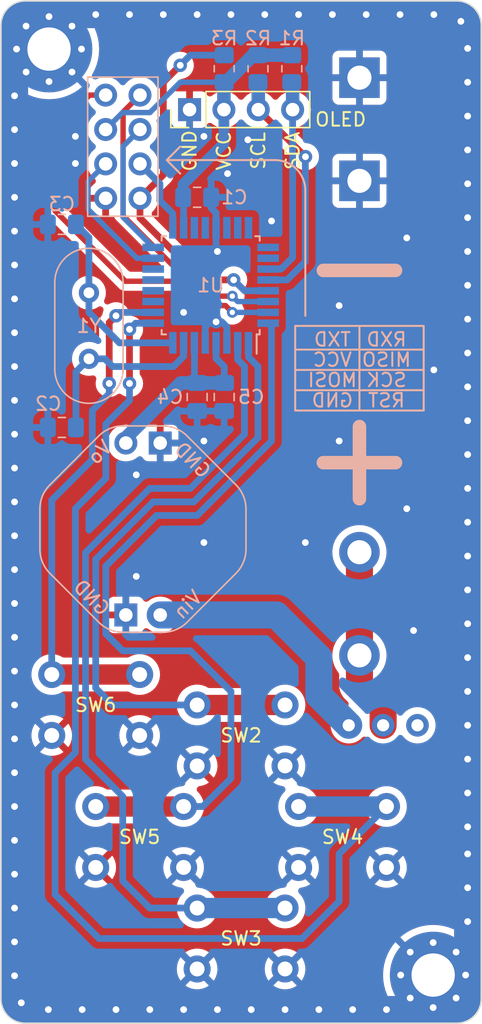
<source format=kicad_pcb>
(kicad_pcb (version 20211014) (generator pcbnew)
  (layers (0 "F.Cu" signal) (31 "B.Cu" signal) (34 "B.Paste" user) (35 "F.Paste" user) (36 "B.SilkS" user "B.Silkscreen") (37 "F.SilkS" user "F.Silkscreen") (38 "B.Mask" user) (39 "F.Mask" user) (44 "Edge.Cuts" user))
  (net 0 "")
  (net 1 "VCC")
  (net 2 "SDA")
  (net 3 "SCL")
  (net 4 "Net-(SW2-Pad1)")
  (net 5 "Net-(SW3-Pad1)")
  (net 6 "Net-(SW4-Pad1)")
  (net 7 "GND")
  (net 8 "Net-(C2-Pad2)")
  (net 9 "Net-(C3-Pad2)")
  (net 10 "VDD")
  (net 19 "RESET")
  (net 20 "Net-(SW5-Pad1)")
  (net 21 "Net-(SW6-Pad1)")
  (net 22 "MOSI")
  (net 23 "MISO")
  (net 24 "SCK")
  (net 28 "RXD")
  (net 29 "TXD")
  (net 30 "Net-(SW1-Pad1)")
  (footprint "Button_Switch_THT:SW_PUSH_6mm_H9.5mm" (layer "F.Cu") (at 153.75 124.75)
    (fp_text reference "SW6" (at 3.25 2.25) (layer "F.SilkS"))
    (fp_text value "SW_select")
    (pad "1" thru_hole circle (at 0 0 90) (size 2 2) (drill 1.1) (layers *.Cu *.Mask) (net 21 "Net-(SW6-Pad1)"))
    (pad "1" thru_hole circle (at 6.5 0 90) (size 2 2) (drill 1.1) (layers *.Cu *.Mask) (net 21 "Net-(SW6-Pad1)"))
    (pad "2" thru_hole circle (at 0 4.5 90) (size 2 2) (drill 1.1) (layers *.Cu *.Mask) (net 7 "GND"))
    (pad "2" thru_hole circle (at 6.5 4.5 90) (size 2 2) (drill 1.1) (layers *.Cu *.Mask) (net 7 "GND"))
  )
  (footprint "Button_Switch_THT:SW_PUSH_6mm_H9.5mm" (layer "F.Cu") (at 164.5 142)
    (fp_text reference "SW3" (at 3.25 2.25) (layer "F.SilkS"))
    (fp_text value "SW_down")
    (pad "1" thru_hole circle (at 0 0 90) (size 2 2) (drill 1.1) (layers *.Cu *.Mask) (net 5 "Net-(SW3-Pad1)"))
    (pad "1" thru_hole circle (at 6.5 0 90) (size 2 2) (drill 1.1) (layers *.Cu *.Mask) (net 5 "Net-(SW3-Pad1)"))
    (pad "2" thru_hole circle (at 6.5 4.5 90) (size 2 2) (drill 1.1) (layers *.Cu *.Mask) (net 7 "GND"))
    (pad "2" thru_hole circle (at 0 4.5 90) (size 2 2) (drill 1.1) (layers *.Cu *.Mask) (net 7 "GND"))
  )
  (footprint "MountingHole:MountingHole_3.2mm_M3_Pad_Via" (layer "F.Cu") (at 181.95 146.95)
    (fp_text reference "H2" hide)
    (fp_text value "M3" hide)
    (pad "1" thru_hole circle locked (at 1.697056 1.697056) (size 0.8 0.8) (drill 0.5) (layers *.Cu *.Mask) (net 7 "GND"))
    (pad "1" thru_hole circle locked (at 2.4 0) (size 0.8 0.8) (drill 0.5) (layers *.Cu *.Mask) (net 7 "GND"))
    (pad "1" thru_hole circle locked (at -1.697056 1.697056) (size 0.8 0.8) (drill 0.5) (layers *.Cu *.Mask) (net 7 "GND"))
    (pad "1" thru_hole circle locked (at 0 -2.4) (size 0.8 0.8) (drill 0.5) (layers *.Cu *.Mask) (net 7 "GND"))
    (pad "1" thru_hole circle locked (at 0 0) (size 6.4 6.4) (drill 3.2) (layers *.Cu *.Mask) (net 7 "GND"))
    (pad "1" thru_hole circle locked (at 1.697056 -1.697056) (size 0.8 0.8) (drill 0.5) (layers *.Cu *.Mask) (net 7 "GND"))
    (pad "1" thru_hole circle locked (at 0 2.4) (size 0.8 0.8) (drill 0.5) (layers *.Cu *.Mask) (net 7 "GND"))
    (pad "1" thru_hole circle locked (at -1.697056 -1.697056) (size 0.8 0.8) (drill 0.5) (layers *.Cu *.Mask) (net 7 "GND"))
    (pad "1" thru_hole circle locked (at -2.4 0) (size 0.8 0.8) (drill 0.5) (layers *.Cu *.Mask) (net 7 "GND"))
  )
  (footprint "MountingHole:MountingHole_3.2mm_M3_Pad_Via" (layer "F.Cu") (at 153.55 78.55)
    (fp_text reference "H1" hide)
    (fp_text value "M3" hide)
    (pad "1" thru_hole circle locked (at 2.4 0) (size 0.8 0.8) (drill 0.5) (layers *.Cu *.Mask) (net 7 "GND"))
    (pad "1" thru_hole circle locked (at 0 2.4) (size 0.8 0.8) (drill 0.5) (layers *.Cu *.Mask) (net 7 "GND"))
    (pad "1" thru_hole circle locked (at -1.697056 1.697056) (size 0.8 0.8) (drill 0.5) (layers *.Cu *.Mask) (net 7 "GND"))
    (pad "1" thru_hole circle locked (at 1.697056 -1.697056) (size 0.8 0.8) (drill 0.5) (layers *.Cu *.Mask) (net 7 "GND"))
    (pad "1" thru_hole circle locked (at 0 -2.4) (size 0.8 0.8) (drill 0.5) (layers *.Cu *.Mask) (net 7 "GND"))
    (pad "1" thru_hole circle locked (at -1.697056 -1.697056) (size 0.8 0.8) (drill 0.5) (layers *.Cu *.Mask) (net 7 "GND"))
    (pad "1" thru_hole circle locked (at -2.4 0) (size 0.8 0.8) (drill 0.5) (layers *.Cu *.Mask) (net 7 "GND"))
    (pad "1" thru_hole circle locked (at 0 0) (size 6.4 6.4) (drill 3.2) (layers *.Cu *.Mask) (net 7 "GND"))
    (pad "1" thru_hole circle locked (at 1.697056 1.697056) (size 0.8 0.8) (drill 0.5) (layers *.Cu *.Mask) (net 7 "GND"))
  )
  (footprint "GameBox:SS12D10" (layer "F.Cu") (at 178.25 128.5)
    (fp_text reference "SW1" hide)
    (fp_text value "ON/OFF")
    (pad "1" thru_hole circle (at -2.54 0) (size 1.6764 1.6764) (drill 0.9) (layers *.Cu *.Mask) (net 30 "Net-(SW1-Pad1)"))
    (pad "2" thru_hole circle (at 0 0) (size 1.6764 1.6764) (drill 0.9) (layers *.Cu *.Mask) (net 10 "VDD"))
    (pad "3" thru_hole circle (at 2.54 0) (size 1.6764 1.6764) (drill 0.9) (layers *.Cu *.Mask))
  )
  (footprint "Button_Switch_THT:SW_PUSH_6mm_H9.5mm" (layer "F.Cu") (at 172 134.5)
    (fp_text reference "SW4" (at 3.25 2.25) (layer "F.SilkS"))
    (fp_text value "SW_right")
    (pad "1" thru_hole circle (at 6.5 0 90) (size 2 2) (drill 1.1) (layers *.Cu *.Mask) (net 6 "Net-(SW4-Pad1)"))
    (pad "1" thru_hole circle (at 0 0 90) (size 2 2) (drill 1.1) (layers *.Cu *.Mask) (net 6 "Net-(SW4-Pad1)"))
    (pad "2" thru_hole circle (at 0 4.5 90) (size 2 2) (drill 1.1) (layers *.Cu *.Mask) (net 7 "GND"))
    (pad "2" thru_hole circle (at 6.5 4.5 90) (size 2 2) (drill 1.1) (layers *.Cu *.Mask) (net 7 "GND"))
  )
  (footprint "Button_Switch_THT:SW_PUSH_6mm_H9.5mm" (layer "F.Cu") (at 164.5 127)
    (fp_text reference "SW2" (at 3.25 2.25) (layer "F.SilkS"))
    (fp_text value "SW_up")
    (pad "1" thru_hole circle (at 0 0 90) (size 2 2) (drill 1.1) (layers *.Cu *.Mask) (net 4 "Net-(SW2-Pad1)"))
    (pad "1" thru_hole circle (at 6.5 0 90) (size 2 2) (drill 1.1) (layers *.Cu *.Mask) (net 4 "Net-(SW2-Pad1)"))
    (pad "2" thru_hole circle (at 6.5 4.5 90) (size 2 2) (drill 1.1) (layers *.Cu *.Mask) (net 7 "GND"))
    (pad "2" thru_hole circle (at 0 4.5 90) (size 2 2) (drill 1.1) (layers *.Cu *.Mask) (net 7 "GND"))
  )
  (footprint "Button_Switch_THT:SW_PUSH_6mm_H9.5mm" (layer "F.Cu") (at 157 134.5)
    (fp_text reference "SW5" (at 3.25 2.25) (layer "F.SilkS"))
    (fp_text value "SW_left")
    (pad "1" thru_hole circle (at 6.5 0 90) (size 2 2) (drill 1.1) (layers *.Cu *.Mask) (net 20 "Net-(SW5-Pad1)"))
    (pad "1" thru_hole circle (at 0 0 90) (size 2 2) (drill 1.1) (layers *.Cu *.Mask) (net 20 "Net-(SW5-Pad1)"))
    (pad "2" thru_hole circle (at 0 4.5 90) (size 2 2) (drill 1.1) (layers *.Cu *.Mask) (net 7 "GND"))
    (pad "2" thru_hole circle (at 6.5 4.5 90) (size 2 2) (drill 1.1) (layers *.Cu *.Mask) (net 7 "GND"))
  )
  (footprint "GameBox:1.3_inch_OLED_IIC" (layer "F.Cu") (at 167.75 97.75)
    (fp_text reference "J1" hide)
    (fp_text value "OLED" hide)
    (fp_text user "SCL" (at 1.27 -11.684 90 unlocked) (layer "F.SilkS"))
    (fp_text user "VCC" (at -1.27 -11.684 90 unlocked) (layer "F.SilkS"))
    (fp_text user "SDA" (at 3.81 -11.684 90 unlocked) (layer "F.SilkS"))
    (fp_text user "GND" (at -3.81 -11.684 90 unlocked) (layer "F.SilkS"))
    (fp_text user "OLED" (at 7.366 -14 unlocked) (layer "F.SilkS"))
    (fp_line (start -2.6 -16.062) (end 5.08 -16.062) (layer "F.SilkS") (width 0.12))
    (fp_line (start 5.08 -13.402) (end 5.08 -16.062) (layer "F.SilkS") (width 0.12))
    (fp_line (start -2.6 -13.402) (end 5.08 -13.402) (layer "F.SilkS") (width 0.12))
    (fp_line (start -2.6 -13.402) (end -2.6 -16.062) (layer "F.SilkS") (width 0.12))
    (fp_line (start -5.2 -13.402) (end -5.2 -14.732) (layer "F.SilkS") (width 0.12))
    (fp_line (start -3.87 -13.402) (end -5.2 -13.402) (layer "F.SilkS") (width 0.12))
    (pad "1" thru_hole rect (at -3.81 -14.726 90) (size 1.7 1.7) (drill 1) (layers *.Cu *.Mask) (net 7 "GND"))
    (pad "2" thru_hole oval (at -1.27 -14.726 90) (size 1.7 1.7) (drill 1) (layers *.Cu *.Mask) (net 1 "VCC"))
    (pad "3" thru_hole oval (at 1.27 -14.726 90) (size 1.7 1.7) (drill 1) (layers *.Cu *.Mask) (net 3 "SCL"))
    (pad "4" thru_hole oval (at 3.81 -14.726 90) (size 1.7 1.7) (drill 1) (layers *.Cu *.Mask) (net 2 "SDA"))
  )
  (footprint "Capacitor_SMD:C_0805_2012Metric_Pad1.18x1.45mm_HandSolder" (layer "B.Cu") (at 154.5 106.5)
    (fp_text reference "C2" (at -1 -1.75 180) (layer "B.SilkS") (effects (justify mirror)))
    (fp_text value "22pF")
    (fp_line (start -0.261252 0.735) (end 0.261252 0.735) (layer "B.SilkS") (width 0.12))
    (fp_line (start -0.261252 -0.735) (end 0.261252 -0.735) (layer "B.SilkS") (width 0.12))
    (pad "1" smd roundrect locked (at -1.0375 0) (size 1.175 1.45) (layers "B.Cu" "B.Paste" "B.Mask") (roundrect_rratio 0.212766) (net 7 "GND"))
    (pad "2" smd roundrect locked (at 1.0375 0) (size 1.175 1.45) (layers "B.Cu" "B.Paste" "B.Mask") (roundrect_rratio 0.212766) (net 8 "Net-(C2-Pad2)"))
  )
  (footprint "Package_QFP:TQFP-32_7x7mm_P0.8mm" (layer "B.Cu") (at 165.5 96 90)
    (fp_text reference "U1" (at 0 0 180) (layer "B.SilkS") (effects (justify mirror)))
    (fp_text value "ATmega328P-A")
    (fp_line (start -3.625 3.625) (end -3.625 3.4) (layer "B.SilkS") (width 0.15))
    (fp_line (start -3.625 -3.625) (end -3.625 -3.3) (layer "B.SilkS") (width 0.15))
    (fp_line (start 3.625 3.625) (end 3.625 3.3) (layer "B.SilkS") (width 0.15))
    (fp_line (start 3.625 3.625) (end 3.3 3.625) (layer "B.SilkS") (width 0.15))
    (fp_line (start -3.625 3.625) (end -3.3 3.625) (layer "B.SilkS") (width 0.15))
    (fp_line (start 3.625 -3.625) (end 3.625 -3.3) (layer "B.SilkS") (width 0.15))
    (fp_line (start -3.625 -3.625) (end -3.3 -3.625) (layer "B.SilkS") (width 0.15))
    (fp_line (start 3.625 -3.625) (end 3.3 -3.625) (layer "B.SilkS") (width 0.15))
    (fp_line (start -3.625 3.4) (end -5.05 3.4) (layer "B.SilkS") (width 0.15))
    (pad "1" smd rect locked (at -4.25 2.8 90) (size 1.6 0.55) (layers "B.Cu" "B.Paste" "B.Mask") (net 4 "Net-(SW2-Pad1)"))
    (pad "2" smd rect locked (at -4.25 2 90) (size 1.6 0.55) (layers "B.Cu" "B.Paste" "B.Mask") (net 5 "Net-(SW3-Pad1)"))
    (pad "3" smd rect locked (at -4.25 1.2 90) (size 1.6 0.55) (layers "B.Cu" "B.Paste" "B.Mask") (net 7 "GND"))
    (pad "4" smd rect locked (at -4.25 0.4 90) (size 1.6 0.55) (layers "B.Cu" "B.Paste" "B.Mask") (net 1 "VCC"))
    (pad "5" smd rect locked (at -4.25 -0.4 90) (size 1.6 0.55) (layers "B.Cu" "B.Paste" "B.Mask") (net 7 "GND"))
    (pad "6" smd rect locked (at -4.25 -1.2 90) (size 1.6 0.55) (layers "B.Cu" "B.Paste" "B.Mask") (net 1 "VCC"))
    (pad "7" smd rect locked (at -4.25 -2 90) (size 1.6 0.55) (layers "B.Cu" "B.Paste" "B.Mask") (net 8 "Net-(C2-Pad2)"))
    (pad "8" smd rect locked (at -4.25 -2.8 90) (size 1.6 0.55) (layers "B.Cu" "B.Paste" "B.Mask") (net 9 "Net-(C3-Pad2)"))
    (pad "9" smd rect locked (at -2.8 -4.25) (size 1.6 0.55) (layers "B.Cu" "B.Paste" "B.Mask") (net 6 "Net-(SW4-Pad1)"))
    (pad "10" smd rect locked (at -2 -4.25) (size 1.6 0.55) (layers "B.Cu" "B.Paste" "B.Mask") (net 21 "Net-(SW6-Pad1)"))
    (pad "11" smd rect locked (at -1.2 -4.25) (size 1.6 0.55) (layers "B.Cu" "B.Paste" "B.Mask"))
    (pad "12" smd rect locked (at -0.4 -4.25) (size 1.6 0.55) (layers "B.Cu" "B.Paste" "B.Mask"))
    (pad "13" smd rect locked (at 0.4 -4.25) (size 1.6 0.55) (layers "B.Cu" "B.Paste" "B.Mask"))
    (pad "14" smd rect locked (at 1.2 -4.25) (size 1.6 0.55) (layers "B.Cu" "B.Paste" "B.Mask"))
    (pad "15" smd rect locked (at 2 -4.25) (size 1.6 0.55) (layers "B.Cu" "B.Paste" "B.Mask") (net 22 "MOSI"))
    (pad "16" smd rect locked (at 2.8 -4.25) (size 1.6 0.55) (layers "B.Cu" "B.Paste" "B.Mask") (net 23 "MISO"))
    (pad "17" smd rect locked (at 4.25 -2.8 90) (size 1.6 0.55) (layers "B.Cu" "B.Paste" "B.Mask") (net 24 "SCK"))
    (pad "18" smd rect locked (at 4.25 -2 90) (size 1.6 0.55) (layers "B.Cu" "B.Paste" "B.Mask") (net 1 "VCC"))
    (pad "19" smd rect locked (at 4.25 -1.2 90) (size 1.6 0.55) (layers "B.Cu" "B.Paste" "B.Mask"))
    (pad "20" smd rect locked (at 4.25 -0.4 90) (size 1.6 0.55) (layers "B.Cu" "B.Paste" "B.Mask"))
    (pad "21" smd rect locked (at 4.25 0.4 90) (size 1.6 0.55) (layers "B.Cu" "B.Paste" "B.Mask") (net 7 "GND"))
    (pad "22" smd rect locked (at 4.25 1.2 90) (size 1.6 0.55) (layers "B.Cu" "B.Paste" "B.Mask"))
    (pad "23" smd rect locked (at 4.25 2 90) (size 1.6 0.55) (layers "B.Cu" "B.Paste" "B.Mask"))
    (pad "24" smd rect locked (at 4.25 2.8 90) (size 1.6 0.55) (layers "B.Cu" "B.Paste" "B.Mask"))
    (pad "25" smd rect locked (at 2.8 4.25) (size 1.6 0.55) (layers "B.Cu" "B.Paste" "B.Mask"))
    (pad "26" smd rect locked (at 2 4.25) (size 1.6 0.55) (layers "B.Cu" "B.Paste" "B.Mask"))
    (pad "27" smd rect locked (at 1.2 4.25) (size 1.6 0.55) (layers "B.Cu" "B.Paste" "B.Mask") (net 2 "SDA"))
    (pad "28" smd rect locked (at 0.4 4.25) (size 1.6 0.55) (layers "B.Cu" "B.Paste" "B.Mask") (net 3 "SCL"))
    (pad "29" smd rect locked (at -0.4 4.25) (size 1.6 0.55) (layers "B.Cu" "B.Paste" "B.Mask") (net 19 "RESET"))
    (pad "30" smd rect locked (at -1.2 4.25) (size 1.6 0.55) (layers "B.Cu" "B.Paste" "B.Mask") (net 28 "RXD"))
    (pad "31" smd rect locked (at -2 4.25) (size 1.6 0.55) (layers "B.Cu" "B.Paste" "B.Mask") (net 29 "TXD"))
    (pad "32" smd rect locked (at -2.8 4.25) (size 1.6 0.55) (layers "B.Cu" "B.Paste" "B.Mask") (net 20 "Net-(SW5-Pad1)"))
  )
  (footprint "Capacitor_SMD:C_0805_2012Metric_Pad1.18x1.45mm_HandSolder" (layer "B.Cu") (at 164.5 89.5)
    (fp_text reference "C1" (at 2.75 0 180) (layer "B.SilkS") (effects (justify mirror)))
    (fp_text value "100nF")
    (fp_line (start -0.261252 -0.735) (end 0.261252 -0.735) (layer "B.SilkS") (width 0.12))
    (fp_line (start -0.261252 0.735) (end 0.261252 0.735) (layer "B.SilkS") (width 0.12))
    (pad "1" smd roundrect locked (at -1.0375 0) (size 1.175 1.45) (layers "B.Cu" "B.Paste" "B.Mask") (roundrect_rratio 0.212766) (net 1 "VCC"))
    (pad "2" smd roundrect locked (at 1.0375 0) (size 1.175 1.45) (layers "B.Cu" "B.Paste" "B.Mask") (roundrect_rratio 0.212766) (net 7 "GND"))
  )
  (footprint "Connector_PinHeader_2.54mm:PinHeader_2x04_P2.54mm_Vertical" (layer "B.Cu") (at 160.275 84.49 180)
    (fp_text reference "J2" hide)
    (fp_text value "Conn_01x08")
    (fp_line (start 3.87 3.87) (end 3.87 -6.41) (layer "B.SilkS") (width 0.12))
    (fp_line (start -1.33 1.27) (end -1.33 3.87) (layer "B.SilkS") (width 0.12))
    (fp_line (start -1.33 -6.41) (end 3.87 -6.41) (layer "B.SilkS") (width 0.12))
    (fp_line (start 1.27 3.87) (end 3.87 3.87) (layer "B.SilkS") (width 0.12))
    (fp_line (start -1.33 3.87) (end 1.27 3.87) (layer "B.SilkS") (width 0.12))
    (fp_line (start -1.33 1.27) (end -1.33 -6.41) (layer "B.SilkS") (width 0.12))
    (pad "1" thru_hole circle (at 0 2.54 180) (size 1.7 1.7) (drill 1) (layers *.Cu *.Mask) (net 28 "RXD"))
    (pad "2" thru_hole oval (at 2.54 2.54 180) (size 1.7 1.7) (drill 1) (layers *.Cu *.Mask) (net 29 "TXD"))
    (pad "3" thru_hole oval (at 0 0 180) (size 1.7 1.7) (drill 1) (layers *.Cu *.Mask) (net 23 "MISO"))
    (pad "4" thru_hole oval (at 2.54 0 180) (size 1.7 1.7) (drill 1) (layers *.Cu *.Mask) (net 1 "VCC"))
    (pad "5" thru_hole oval (at 0 -2.54 180) (size 1.7 1.7) (drill 1) (layers *.Cu *.Mask) (net 24 "SCK"))
    (pad "6" thru_hole oval (at 2.54 -2.54 180) (size 1.7 1.7) (drill 1) (layers *.Cu *.Mask) (net 22 "MOSI"))
    (pad "7" thru_hole oval (at 0 -5.08 180) (size 1.7 1.7) (drill 1) (layers *.Cu *.Mask) (net 19 "RESET"))
    (pad "8" thru_hole oval (at 2.54 -5.08 180) (size 1.7 1.7) (drill 1) (layers *.Cu *.Mask) (net 7 "GND"))
  )
  (footprint "Crystal:Crystal_HC49-4H_Vertical" (layer "B.Cu") (at 156.5 96.55 -90)
    (fp_text reference "Y1" (at 2.45 0) (layer "B.SilkS") (effects (justify mirror)))
    (fp_text value "16MHz")
    (fp_line (start -0.76 -2.525) (end 5.64 -2.525) (layer "B.SilkS") (width 0.12))
    (fp_line (start -0.76 2.525) (end 5.64 2.525) (layer "B.SilkS") (width 0.12))
    (fp_arc (start -0.76 2.525) (mid -3.285 0) (end -0.76 -2.525) (layer "B.SilkS") (width 0.12))
    (fp_arc (start 5.64 -2.525) (mid 8.165 0) (end 5.64 2.525) (layer "B.SilkS") (width 0.12))
    (pad "1" thru_hole circle locked (at 0 0 270) (size 1.5 1.5) (drill 0.8) (layers *.Cu *.Mask) (net 9 "Net-(C3-Pad2)"))
    (pad "2" thru_hole circle locked (at 4.88 0 270) (size 1.5 1.5) (drill 0.8) (layers *.Cu *.Mask) (net 8 "Net-(C2-Pad2)"))
  )
  (footprint "Capacitor_SMD:C_0805_2012Metric_Pad1.18x1.45mm_HandSolder" (layer "B.Cu") (at 166.5 104.25 -90)
    (fp_text reference "C5" (at 0 -2 180) (layer "B.SilkS") (effects (justify mirror)))
    (fp_text value "100nF")
    (fp_line (start -0.261252 -0.735) (end 0.261252 -0.735) (layer "B.SilkS") (width 0.12))
    (fp_line (start -0.261252 0.735) (end 0.261252 0.735) (layer "B.SilkS") (width 0.12))
    (pad "1" smd roundrect locked (at -1.0375 0 270) (size 1.175 1.45) (layers "B.Cu" "B.Paste" "B.Mask") (roundrect_rratio 0.212766) (net 1 "VCC"))
    (pad "2" smd roundrect locked (at 1.0375 0 270) (size 1.175 1.45) (layers "B.Cu" "B.Paste" "B.Mask") (roundrect_rratio 0.212766) (net 7 "GND"))
  )
  (footprint "Resistor_SMD:R_0805_2012Metric_Pad1.20x1.40mm_HandSolder" (layer "B.Cu") (at 166.5 80 90)
    (fp_text reference "R3" (at 2.25 0 180) (layer "B.SilkS") (effects (justify mirror)))
    (fp_text value "10k")
    (fp_line (start -0.227064 0.735) (end 0.227064 0.735) (layer "B.SilkS") (width 0.12))
    (fp_line (start -0.227064 -0.735) (end 0.227064 -0.735) (layer "B.SilkS") (width 0.12))
    (pad "1" smd roundrect locked (at -1 0 90) (size 1.2 1.4) (layers "B.Cu" "B.Paste" "B.Mask") (roundrect_rratio 0.208333) (net 1 "VCC"))
    (pad "2" smd roundrect locked (at 1 0 90) (size 1.2 1.4) (layers "B.Cu" "B.Paste" "B.Mask") (roundrect_rratio 0.208333) (net 19 "RESET"))
  )
  (footprint "GameBox:BK-82_AAA_battery_holder" (layer "B.Cu") (at 176.5 102)
    (fp_text reference "BT1" hide)
    (fp_text value "AAA" hide)
    (fp_text user "+" (at 0 7.62 180 unlocked) (layer "B.SilkS") (effects (font (size 7 7) (thickness 1)) (justify mirror)))
    (fp_text user "-" (at 0 -7.62 unlocked) (layer "B.SilkS") (effects (font (size 7 7) (thickness 1)) (justify mirror)))
    (pad "1" thru_hole circle (at 0 13.716 180) (size 3 3) (drill 1.78) (layers *.Cu *.Mask) (net 10 "VDD"))
    (pad "1" thru_hole circle (at 0 21.336 180) (size 3 3) (drill 1.78) (layers *.Cu *.Mask) (net 10 "VDD"))
    (pad "2" thru_hole rect (at 0 -13.716 180) (size 2.999999 2.999999) (drill 1.78) (layers *.Cu *.Mask) (net 7 "GND"))
    (pad "2" thru_hole rect (at 0 -21.336 180) (size 2.999999 2.999999) (drill 1.78) (layers *.Cu *.Mask) (net 7 "GND"))
  )
  (footprint "Resistor_SMD:R_0805_2012Metric_Pad1.20x1.40mm_HandSolder" (layer "B.Cu") (at 169 80 -90)
    (fp_text reference "R2" (at -2.25 0) (layer "B.SilkS") (effects (justify mirror)))
    (fp_text value "10k")
    (fp_line (start -0.227064 -0.735) (end 0.227064 -0.735) (layer "B.SilkS") (width 0.12))
    (fp_line (start -0.227064 0.735) (end 0.227064 0.735) (layer "B.SilkS") (width 0.12))
    (pad "1" smd roundrect locked (at -1 0 270) (size 1.2 1.4) (layers "B.Cu" "B.Paste" "B.Mask") (roundrect_rratio 0.208333) (net 1 "VCC"))
    (pad "2" smd roundrect locked (at 1 0 270) (size 1.2 1.4) (layers "B.Cu" "B.Paste" "B.Mask") (roundrect_rratio 0.208333) (net 3 "SCL"))
  )
  (footprint "GameBox:3.3V_boost_regulator" (layer "B.Cu") (at 160.5 114 180)
    (fp_text reference "U2" hide)
    (fp_text value "3.3V_boost_regulator")
    (fp_text user "Vin" (at -3.302 -5.588 45 unlocked) (layer "B.SilkS") (effects (justify mirror)))
    (fp_text user "Vo" (at 3.2004 5.6642 45 unlocked) (layer "B.SilkS") (effects (justify mirror)))
    (fp_text user "GND" (at 3.81 -5.08 315 unlocked) (layer "B.SilkS") (effects (justify mirror)))
    (fp_text user "GND" (at -3.6576 5.08 315 unlocked) (layer "B.SilkS") (effects (justify mirror)))
    (fp_line (start 6.8834 3.261902) (end 3.2766 6.868702) (layer "B.SilkS") (width 0.12))
    (fp_line (start 7.627349 -1.480549) (end 7.627349 1.465851) (layer "B.SilkS") (width 0.12))
    (fp_line (start 3.2766 -6.8834) (end 6.8834 -3.2766) (layer "B.SilkS") (width 0.12))
    (fp_line (start 1.480549 7.612651) (end -1.465851 7.612651) (layer "B.SilkS") (width 0.12))
    (fp_line (start -3.261902 6.868702) (end -6.868702 3.261902) (layer "B.SilkS") (width 0.12))
    (fp_line (start -1.465851 -7.627349) (end 1.480549 -7.627349) (layer "B.SilkS") (width 0.12))
    (fp_line (start -6.868702 -3.2766) (end -3.261902 -6.8834) (layer "B.SilkS") (width 0.12))
    (fp_line (start -7.612651 1.465851) (end -7.612651 -1.480549) (layer "B.SilkS") (width 0.12))
    (fp_arc (start 6.8834 -3.2766) (mid 7.434003 -2.452565) (end 7.627349 -1.480549) (layer "B.SilkS") (width 0.12))
    (fp_arc (start -6.868702 3.261902) (mid -7.419305 2.437867) (end -7.612651 1.465851) (layer "B.SilkS") (width 0.12))
    (fp_arc (start 1.480549 -7.627349) (mid 2.452565 -7.434002) (end 3.2766 -6.8834) (layer "B.SilkS") (width 0.12))
    (fp_arc (start 7.627349 1.465851) (mid 7.434002 2.437867) (end 6.8834 3.261902) (layer "B.SilkS") (width 0.12))
    (fp_arc (start -3.261902 -6.8834) (mid -2.437867 -7.434003) (end -1.465851 -7.627349) (layer "B.SilkS") (width 0.12))
    (fp_arc (start 3.2766 6.868702) (mid 2.452565 7.419305) (end 1.480549 7.612651) (layer "B.SilkS") (width 0.12))
    (fp_arc (start -1.465851 7.612651) (mid -2.437867 7.419304) (end -3.261902 6.868702) (layer "B.SilkS") (width 0.12))
    (fp_arc (start -7.612651 -1.480549) (mid -7.419304 -2.452565) (end -6.868702 -3.2766) (layer "B.SilkS") (width 0.12))
    (pad "1" thru_hole rect (at -1.27 6.35 270) (size 1.7 1.7) (drill 1) (layers *.Cu *.Mask) (net 7 "GND"))
    (pad "1" thru_hole rect (at 1.27 -6.35 90) (size 1.7 1.7) (drill 1) (layers *.Cu *.Mask) (net 7 "GND"))
    (pad "2" thru_hole oval (at -1.27 -6.35 90) (size 1.7 1.7) (drill 1) (layers *.Cu *.Mask) (net 30 "Net-(SW1-Pad1)"))
    (pad "3" thru_hole oval (at 1.27 6.35 270) (size 1.7 1.7) (drill 1) (layers *.Cu *.Mask) (net 1 "VCC"))
  )
  (footprint "Capacitor_SMD:C_0805_2012Metric_Pad1.18x1.45mm_HandSolder" (layer "B.Cu") (at 164.5 104.25 -90)
    (fp_text reference "C4" (at 0 2 180) (layer "B.SilkS") (effects (justify mirror)))
    (fp_text value "10uF")
    (fp_line (start -0.261252 -0.735) (end 0.261252 -0.735) (layer "B.SilkS") (width 0.12))
    (fp_line (start -0.261252 0.735) (end 0.261252 0.735) (layer "B.SilkS") (width 0.12))
    (pad "1" smd roundrect locked (at -1.0375 0 270) (size 1.175 1.45) (layers "B.Cu" "B.Paste" "B.Mask") (roundrect_rratio 0.212766) (net 1 "VCC"))
    (pad "2" smd roundrect locked (at 1.0375 0 270) (size 1.175 1.45) (layers "B.Cu" "B.Paste" "B.Mask") (roundrect_rratio 0.212766) (net 7 "GND"))
  )
  (footprint "Capacitor_SMD:C_0805_2012Metric_Pad1.18x1.45mm_HandSolder" (layer "B.Cu") (at 154.5 91.5)
    (fp_text reference "C3" (at 0 -1.5 180) (layer "B.SilkS") (effects (justify mirror)))
    (fp_text value "22pF")
    (fp_line (start -0.261252 0.735) (end 0.261252 0.735) (layer "B.SilkS") (width 0.12))
    (fp_line (start -0.261252 -0.735) (end 0.261252 -0.735) (layer "B.SilkS") (width 0.12))
    (pad "1" smd roundrect locked (at -1.0375 0) (size 1.175 1.45) (layers "B.Cu" "B.Paste" "B.Mask") (roundrect_rratio 0.212766) (net 7 "GND"))
    (pad "2" smd roundrect locked (at 1.0375 0) (size 1.175 1.45) (layers "B.Cu" "B.Paste" "B.Mask") (roundrect_rratio 0.212766) (net 9 "Net-(C3-Pad2)"))
  )
  (footprint "Resistor_SMD:R_0805_2012Metric_Pad1.20x1.40mm_HandSolder" (layer "B.Cu") (at 171.5 80 -90)
    (fp_text reference "R1" (at -2.25 0) (layer "B.SilkS") (effects (justify mirror)))
    (fp_text value "10k")
    (fp_line (start -0.227064 0.735) (end 0.227064 0.735) (layer "B.SilkS") (width 0.12))
    (fp_line (start -0.227064 -0.735) (end 0.227064 -0.735) (layer "B.SilkS") (width 0.12))
    (pad "1" smd roundrect locked (at -1 0 270) (size 1.2 1.4) (layers "B.Cu" "B.Paste" "B.Mask") (roundrect_rratio 0.208333) (net 1 "VCC"))
    (pad "2" smd roundrect locked (at 1 0 270) (size 1.2 1.4) (layers "B.Cu" "B.Paste" "B.Mask") (roundrect_rratio 0.208333) (net 2 "SDA"))
  )
  (gr_line (start 181.25 99) (end 181.25 100.75) (layer "B.SilkS") (width 0.15))
  (gr_line (start 171.75 103.75) (end 181.25 103.75) (layer "B.SilkS") (width 0.15))
  (gr_line (start 171.75 100.75) (end 171.75 105.25) (layer "B.SilkS") (width 0.15))
  (gr_line (start 171.75 99) (end 181.25 99) (layer "B.SilkS") (width 0.15))
  (gr_line (start 170.25 86.75) (end 162.25 86.75) (layer "B.SilkS") (width 0.15))
  (gr_line (start 171.75 105.25) (end 181.25 105.25) (layer "B.SilkS") (width 0.15))
  (gr_line (start 171.75 100.75) (end 181.25 100.75) (layer "B.SilkS") (width 0.15))
  (gr_line (start 172.5 98.25) (end 172.5 89) (layer "B.SilkS") (width 0.15))
  (gr_line (start 181.25 100.75) (end 181.25 105.25) (layer "B.SilkS") (width 0.15))
  (gr_arc (start 170.25 86.75) (mid 171.84099 87.40901) (end 172.5 89) (layer "B.SilkS") (width 0.15))
  (gr_line (start 176.5 99) (end 176.5 105.25) (layer "B.SilkS") (width 0.15))
  (gr_line (start 162.25 86.75) (end 163.25 85.75) (layer "B.SilkS") (width 0.15))
  (gr_line (start 162.25 86.75) (end 163.25 87.75) (layer "B.SilkS") (width 0.15))
  (gr_line (start 171.75 100.75) (end 171.75 99) (layer "B.SilkS") (width 0.15))
  (gr_line (start 171.75 102.25) (end 181.25 102.25) (layer "B.SilkS") (width 0.15))
  (gr_line (start 185.5 76.8) (end 185.5 148.7) (layer "Edge.Cuts") (width 0.1))
  (gr_arc (start 183.7 75) (mid 184.972792 75.527208) (end 185.5 76.8) (layer "Edge.Cuts") (width 0.1))
  (gr_arc (start 150 76.8) (mid 150.527208 75.527208) (end 151.8 75) (layer "Edge.Cuts") (width 0.1))
  (gr_arc (start 185.5 148.7) (mid 184.972792 149.972792) (end 183.7 150.5) (layer "Edge.Cuts") (width 0.1))
  (gr_arc (start 151.8 150.5) (mid 150.527208 149.972792) (end 150 148.7) (layer "Edge.Cuts") (width 0.1))
  (gr_line (start 151.8 75) (end 183.7 75) (layer "Edge.Cuts") (width 0.1))
  (gr_line (start 150 148.7) (end 150 76.8) (layer "Edge.Cuts") (width 0.1))
  (gr_line (start 183.7 150.5) (end 151.8 150.5) (layer "Edge.Cuts") (width 0.1))
  (gr_text "VCC" (at 174.5 101.5) (layer "B.SilkS") (effects (font (size 1 1)) (justify mirror)))
  (gr_text "GND" (at 174.5 104.5) (layer "B.SilkS") (effects (font (size 1 1)) (justify mirror)))
  (gr_text "RST" (at 178.5 104.5) (layer "B.SilkS") (effects (font (size 1 1)) (justify mirror)))
  (gr_text "RXD" (at 178.5 100) (layer "B.SilkS") (effects (font (size 1 1)) (justify mirror)))
  (gr_text "TXD" (at 174.5 100) (layer "B.SilkS") (effects (font (size 1 1)) (justify mirror)))
  (gr_text "MOSI" (at 174.5 103) (layer "B.SilkS") (effects (font (size 1 1)) (justify mirror)))
  (gr_text "SCK" (at 178.5 103) (layer "B.SilkS") (effects (font (size 1 1)) (justify mirror)))
  (gr_text "MISO" (at 178.5 101.5) (layer "B.SilkS") (effects (font (size 1 1)) (justify mirror)))
  (segment (start 166.48 81.02) (end 166.5 81) (width 1) (layer "B.Cu") (net 1))
  (segment (start 169 79) (end 168.5 79) (width 0.5) (layer "B.Cu") (net 1))
  (segment (start 163.4625 88.5375) (end 166.48 85.52) (width 0.8) (layer "B.Cu") (net 1))
  (segment (start 166.48 85.52) (end 166.48 83.024) (width 0.8) (layer "B.Cu") (net 1))
  (segment (start 166.48 83.024) (end 166.48 81.02) (width 1) (layer "B.Cu") (net 1))
  (segment (start 164.3 100.25) (end 164.3 103.0125) (width 0.5) (layer "B.Cu") (net 1))
  (segment (start 161.009511 83.240489) (end 163.25 81) (width 0.4) (layer "B.Cu") (net 1))
  (segment (start 163.4625 89.5) (end 163.4625 88.5375) (width 0.8) (layer "B.Cu") (net 1))
  (segment (start 166.642824 81) (end 168.642824 79) (width 1) (layer "B.Cu") (net 1))
  (segment (start 163.5 91.75) (end 163.5 89.5375) (width 0.5) (layer "B.Cu") (net 1))
  (segment (start 163.25 81) (end 166.5 81) (width 0.4) (layer "B.Cu") (net 1))
  (segment (start 165.9 101.4) (end 166.5 102) (width 0.5) (layer "B.Cu") (net 1))
  (segment (start 168.642824 79) (end 169 79) (width 1) (layer "B.Cu") (net 1))
  (segment (start 165.9 100.25) (end 165.9 101.4) (width 0.5) (layer "B.Cu") (net 1))
  (segment (start 164.5 103.2125) (end 163.2875 103.2125) (width 1) (layer "B.Cu") (net 1))
  (segment (start 166.5 81) (end 166.642824 81) (width 1) (layer "B.Cu") (net 1))
  (segment (start 164.5 103.2125) (end 166.5 103.2125) (width 1) (layer "B.Cu") (net 1))
  (segment (start 166.5 102) (end 166.5 103.2125) (width 0.5) (layer "B.Cu") (net 1))
  (segment (start 164.3 103.0125) (end 164.5 103.2125) (width 0.5) (layer "B.Cu") (net 1))
  (segment (start 163.2875 103.2125) (end 159.23 107.27) (width 1) (layer "B.Cu") (net 1))
  (segment (start 158.984511 83.240489) (end 161.009511 83.240489) (width 0.4) (layer "B.Cu") (net 1))
  (segment (start 159.23 107.27) (end 159.23 107.65) (width 1) (layer "B.Cu") (net 1))
  (segment (start 171.5 79) (end 169 79) (width 1) (layer "B.Cu") (net 1))
  (segment (start 157.735 84.49) (end 158.984511 83.240489) (width 0.4) (layer "B.Cu") (net 1))
  (segment (start 168.5 79) (end 166.5 81) (width 0.5) (layer "B.Cu") (net 1))
  (segment (start 170.7 94.8) (end 169.75 94.8) (width 0.5) (layer "B.Cu") (net 2))
  (segment (start 171.56 93.94) (end 170.7 94.8) (width 0.5) (layer "B.Cu") (net 2))
  (segment (start 171.56 83.024) (end 171.56 81.06) (width 1) (layer "B.Cu") (net 2))
  (segment (start 171.56 81.06) (end 171.5 81) (width 1) (layer "B.Cu") (net 2))
  (segment (start 171.56 83.024) (end 171.56 93.94) (width 0.5) (layer "B.Cu") (net 2))
  (segment (start 172.5095 86.5) (end 172.496 86.5) (width 0.5) (layer "F.Cu") (net 3))
  (segment (start 172.496 86.5) (end 169.02 83.024) (width 0.5) (layer "F.Cu") (net 3))
  (via (at 172.5095 86.5) (size 1) (drill 0.5) (layers "F.Cu" "B.Cu") (net 3))
  (segment (start 169.02 81.02) (end 169 81) (width 1) (layer "B.Cu") (net 3))
  (segment (start 172.5 86.5095) (end 172.5095 86.5) (width 0.5) (layer "B.Cu") (net 3))
  (segment (start 169.75 95.6) (end 171.15 95.6) (width 0.5) (layer "B.Cu") (net 3))
  (segment (start 171.15 95.6) (end 172 94.75) (width 0.5) (layer "B.Cu") (net 3))
  (segment (start 172.5 94.25) (end 172.5 94) (width 0.5) (layer "B.Cu") (net 3))
  (segment (start 172 94.75) (end 172.5 94.25) (width 0.5) (layer "B.Cu") (net 3))
  (segment (start 169.02 83.024) (end 169.02 82.98) (width 0.8) (layer "B.Cu") (net 3))
  (segment (start 169.02 83.024) (end 169.02 81.02) (width 1) (layer "B.Cu") (net 3))
  (segment (start 172.5 94) (end 172.5 86.5095) (width 0.5) (layer "B.Cu") (net 3))
  (segment (start 164.5 127) (end 171 127) (width 1.5) (layer "F.Cu") (net 4))
  (segment (start 164.5 127) (end 158.25 127) (width 0.5) (layer "B.Cu") (net 4))
  (segment (start 168.3 101.3) (end 168.3 100.25) (width 0.5) (layer "B.Cu") (net 4))
  (segment (start 158.25 127) (end 157 125.75) (width 0.5) (layer "B.Cu") (net 4))
  (segment (start 164.25 112) (end 169 107.25) (width 0.5) (layer "B.Cu") (net 4))
  (segment (start 169 102) (end 168.3 101.3) (width 0.5) (layer "B.Cu") (net 4))
  (segment (start 169 107.25) (end 169 102) (width 0.5) (layer "B.Cu") (net 4))
  (segment (start 157 116.25) (end 161.25 112) (width 0.5) (layer "B.Cu") (net 4))
  (segment (start 161.25 112) (end 164.25 112) (width 0.5) (layer "B.Cu") (net 4))
  (segment (start 157 125.75) (end 157 116.25) (width 0.5) (layer "B.Cu") (net 4))
  (segment (start 167.5 101.48927) (end 167.5 100.25) (width 0.5) (layer "B.Cu") (net 5))
  (segment (start 168 107) (end 168 101.98927) (width 0.5) (layer "B.Cu") (net 5))
  (segment (start 159 140) (end 159 133.75) (width 0.5) (layer "B.Cu") (net 5))
  (segment (start 156.25 131) (end 156.25 115.75) (width 0.5) (layer "B.Cu") (net 5))
  (segment (start 164.5 142) (end 161 142) (width 0.5) (layer "B.Cu") (net 5))
  (segment (start 164.5 142) (end 171 142) (width 1.5) (layer "B.Cu") (net 5))
  (segment (start 159 133.75) (end 156.25 131) (width 0.5) (layer "B.Cu") (net 5))
  (segment (start 156.25 115.75) (end 161 111) (width 0.5) (layer "B.Cu") (net 5))
  (segment (start 161 142) (end 159 140) (width 0.5) (layer "B.Cu") (net 5))
  (segment (start 161 111) (end 164 111) (width 0.5) (layer "B.Cu") (net 5))
  (segment (start 164 111) (end 168 107) (width 0.5) (layer "B.Cu") (net 5))
  (segment (start 168 101.98927) (end 167.5 101.48927) (width 0.5) (layer "B.Cu") (net 5))
  (segment (start 159.5 99.25) (end 159.5 103.25) (width 0.5) (layer "F.Cu") (net 6))
  (via (at 159.5 99.25) (size 1) (drill 0.5) (layers "F.Cu" "B.Cu") (net 6))
  (via (at 159.5 103.25) (size 1) (drill 0.5) (layers "F.Cu" "B.Cu") (net 6))
  (segment (start 159.95 98.8) (end 159.5 99.25) (width 0.5) (layer "B.Cu") (net 6))
  (segment (start 159.5 104.5) (end 159.5 103.25) (width 0.5) (layer "B.Cu") (net 6))
  (segment (start 157.75 106.25) (end 159.5 104.5) (width 0.5) (layer "B.Cu") (net 6))
  (segment (start 157.25 144.25) (end 154 141) (width 0.5) (layer "B.Cu") (net 6))
  (segment (start 154 132) (end 155.5 130.5) (width 0.5) (layer "B.Cu") (net 6))
  (segment (start 155.5 130.5) (end 155.5 112.5) (width 0.5) (layer "B.Cu") (net 6))
  (segment (start 155.5 112.5) (end 157.75 110.25) (width 0.5) (layer "B.Cu") (net 6))
  (segment (start 175 141.5) (end 172.25 144.25) (width 0.5) (layer "B.Cu") (net 6))
  (segment (start 178.5 134.5) (end 175 138) (width 0.5) (layer "B.Cu") (net 6))
  (segment (start 157.75 110.25) (end 157.75 106.25) (width 0.5) (layer "B.Cu") (net 6))
  (segment (start 154 141) (end 154 132) (width 0.5) (layer "B.Cu") (net 6))
  (segment (start 161.25 98.8) (end 159.95 98.8) (width 0.5) (layer "B.Cu") (net 6))
  (segment (start 172.25 144.25) (end 157.25 144.25) (width 0.5) (layer "B.Cu") (net 6))
  (segment (start 172 134.5) (end 178.5 134.5) (width 1.5) (layer "B.Cu") (net 6))
  (segment (start 175 138) (end 175 141.5) (width 0.5) (layer "B.Cu") (net 6))
  (via (at 151 134.5) (size 1) (drill 0.5) (layers "F.Cu" "B.Cu") (net 7))
  (via (at 151 84.5) (size 1) (drill 0.5) (layers "F.Cu" "B.Cu") (net 7))
  (via (at 156 149.5) (size 1) (drill 0.5) (layers "F.Cu" "B.Cu") (net 7))
  (via (at 184.5 140.5) (size 1) (drill 0.5) (layers "F.Cu" "B.Cu") (net 7))
  (via (at 155.5 85) (size 1) (drill 0.5) (layers "F.Cu" "B.Cu") (net 7))
  (via (at 158.5 149.5) (size 1) (drill 0.5) (layers "F.Cu" "B.Cu") (net 7))
  (via (at 151 129.5) (size 1) (drill 0.5) (layers "F.Cu" "B.Cu") (net 7))
  (via (at 151 124.5) (size 1) (drill 0.5) (layers "F.Cu" "B.Cu") (net 7))
  (via (at 151 87) (size 1) (drill 0.5) (layers "F.Cu" "B.Cu") (net 7))
  (via (at 184.5 96) (size 1) (drill 0.5) (layers "F.Cu" "B.Cu") (net 7))
  (via (at 151 89.5) (size 1) (drill 0.5) (layers "F.Cu" "B.Cu") (net 7))
  (via (at 184.5 143) (size 1) (drill 0.5) (layers "F.Cu" "B.Cu") (net 7))
  (via (at 179.5 76) (size 1) (drill 0.5) (layers "F.Cu" "B.Cu") (net 7))
  (via (at 184.5 128.5) (size 1) (drill 0.5) (layers "F.Cu" "B.Cu") (net 7))
  (via (at 151 82) (size 1) (drill 0.5) (layers "F.Cu" "B.Cu") (net 7))
  (via (at 151 147) (size 1) (drill 0.5) (layers "F.Cu" "B.Cu") (net 7))
  (via (at 184.5 81) (size 1) (drill 0.5) (layers "F.Cu" "B.Cu") (net 7))
  (via (at 184.5 98.5) (size 1) (drill 0.5) (layers "F.Cu" "B.Cu") (net 7))
  (via (at 151 139.5) (size 1) (drill 0.5) (layers "F.Cu" "B.Cu") (net 7))
  (via (at 182 102.25) (size 1) (drill 0.5) (layers "F.Cu" "B.Cu") (net 7))
  (via (at 180 112.5) (size 1) (drill 0.5) (layers "F.Cu" "B.Cu") (net 7))
  (via (at 184.5 103.5) (size 1) (drill 0.5) (layers "F.Cu" "B.Cu") (net 7))
  (via (at 180.5 121.5) (size 1) (drill 0.5) (layers "F.Cu" "B.Cu") (net 7))
  (via (at 151 104.5) (size 1) (drill 0.5) (layers "F.Cu" "B.Cu") (net 7))
  (via (at 184.5 88.5) (size 1) (drill 0.5) (layers "F.Cu" "B.Cu") (net 7))
  (via (at 160 117.5) (size 1) (drill 0.5) (layers "F.Cu" "B.Cu") (net 7))
  (via (at 184.5 111) (size 1) (drill 0.5) (layers "F.Cu" "B.Cu") (net 7))
  (via (at 166.75 87.75) (size 1) (drill 0.5) (layers "F.Cu" "B.Cu") (net 7))
  (via (at 151 122) (size 1) (drill 0.5) (layers "F.Cu" "B.Cu") (net 7))
  (via (at 151 109.5) (size 1) (drill 0.5) (layers "F.Cu" "B.Cu") (net 7))
  (via (at 176 149.5) (size 1) (drill 0.5) (layers "F.Cu" "B.Cu") (net 7))
  (via (at 184.5 93.5) (size 1) (drill 0.5) (layers "F.Cu" "B.Cu") (net 7))
  (via (at 184.5 131) (size 1) (drill 0.5) (layers "F.Cu" "B.Cu") (net 7))
  (via (at 178.5 149.5) (size 1) (drill 0.5) (layers "F.Cu" "B.Cu") (net 7))
  (via (at 184.5 123.5) (size 1) (drill 0.5) (layers "F.Cu" "B.Cu") (net 7))
  (via (at 161 149.5) (size 1) (drill 0.5) (layers "F.Cu" "B.Cu") (net 7))
  (via (at 184.5 101) (size 1) (drill 0.5) (layers "F.Cu" "B.Cu") (net 7))
  (via (at 165 85) (size 1) (drill 0.5) (layers "F.Cu" "B.Cu") (net 7))
  (via (at 177 76) (size 1) (drill 0.5) (layers "F.Cu" "B.Cu") (net 7))
  (via (at 151 137) (size 1) (drill 0.5) (layers "F.Cu" "B.Cu") (net 7))
  (via (at 151 99.5) (size 1) (drill 0.5) (layers "F.Cu" "B.Cu") (net 7))
  (via (at 184.5 108.5) (size 1) (drill 0.5) (layers "F.Cu" "B.Cu") (net 7))
  (via (at 166 149.5) (size 1) (drill 0.5) (layers "F.Cu" "B.Cu") (net 7))
  (via (at 184.5 91) (size 1) (drill 0.5) (layers "F.Cu" "B.Cu") (net 7))
  (via (at 168.25 85.25) (size 1) (drill 0.5) (layers "F.Cu" "B.Cu") (net 7))
  (via (at 174.5 76) (size 1) (drill 0.5) (layers "F.Cu" "B.Cu") (net 7))
  (via (at 151 119.5) (size 1) (drill 0.5) (layers "F.Cu" "B.Cu") (net 7))
  (via (at 151 127) (size 1) (drill 0.5) (layers "F.Cu" "B.Cu") (net 7))
  (via (at 184.5 118.5) (size 1) (drill 0.5) (layers "F.Cu" "B.Cu") (net 7))
  (via (at 165.9 98.7) (size 1) (drill 0.5) (layers "F.Cu" "B.Cu") (net 7))
  (via (at 162 76) (size 1) (drill 0.5) (layers "F.Cu" "B.Cu") (net 7))
  (via (at 151 117) (size 1) (drill 0.5) (layers "F.Cu" "B.Cu") (net 7))
  (via (at 184 76.5) (size 1) (drill 0.5) (layers "F.Cu" "B.Cu") (net 7))
  (via (at 151.5 149) (size 1) (drill 0.5) (layers "F.Cu" "B.Cu") (net 7))
  (via (at 184.5 138) (size 1) (drill 0.5) (layers "F.Cu" "B.Cu") (net 7))
  (via (at 165 107.5) (size 1) (drill 0.5) (layers "F.Cu" "B.Cu") (net 7))
  (via (at 175 97.5) (size 1) (drill 0.5) (layers "F.Cu" "B.Cu") (net 7))
  (via (at 184.5 86) (size 1) (drill 0.5) (layers "F.Cu" "B.Cu") (net 7))
  (via (at 151 112) (size 1) (drill 0.5) (layers "F.Cu" "B.Cu") (net 7))
  (via (at 166 93.5) (size 1) (drill 0.5) (layers "F.Cu" "B.Cu") (net 7))
  (via (at 160 110) (size 1) (drill 0.5) (layers "F.Cu" "B.Cu") (net 7))
  (via (at 184.5 78.5) (size 1) (drill 0.5) (layers "F.Cu" "B.Cu") (net 7))
  (via (at 171 149.5) (size 1) (drill 0.5) (layers "F.Cu" "B.Cu") (net 7))
  (via (at 151 94.5) (size 1) (drill 0.5) (layers "F.Cu" "B.Cu") (net 7))
  (via (at 167 76) (size 1) (drill 0.5) (layers "F.Cu" "B.Cu") (net 7))
  (via (at 151 102) (size 1) (drill 0.5) (layers "F.Cu" "B.Cu") (net 7))
  (via (at 168.5 149.5) (size 1) (drill 0.5) (layers "F.Cu" "B.Cu") (net 7))
  (via (at 175 107.5) (size 1) (drill 0.5) (layers "F.Cu" "B.Cu") (net 7))
  (via (at 184.5 83.5) (size 1) (drill 0.5) (layers "F.Cu" "B.Cu") (net 7))
  (via (at 172.5 115) (size 1) (drill 0.5) (layers "F.Cu" "B.Cu") (net 7))
  (via (at 151 114.5) (size 1) (drill 0.5) (layers "F.Cu" "B.Cu") (net 7))
  (via (at 170 91.25) (size 1) (drill 0.5) (layers "F.Cu" "B.Cu") (net 7))
  (via (at 182 76) (size 1) (drill 0.5) (layers "F.Cu" "B.Cu") (net 7))
  (via (at 172 76) (size 1) (drill 0.5) (layers "F.Cu" "B.Cu") (net 7))
  (via (at 184.5 126) (size 1) (drill 0.5) (layers "F.Cu" "B.Cu") (net 7))
  (via (at 151 92) (size 1) (drill 0.5) (layers "F.Cu" "B.Cu") (net 7))
  (via (at 184.5 136) (size 1) (drill 0.5) (layers "F.Cu" "B.Cu") (net 7))
  (via (at 163.5 98) (size 1) (drill 0.5) (layers "F.Cu" "B.Cu") (net 7))
  (via (at 184.5 113.5) (size 1) (drill 0.5) (layers "F.Cu" "B.Cu") (net 7))
  (via (at 155.5 87) (size 1) (drill 0.5) (layers "F.Cu" "B.Cu") (net 7))
  (via (at 164.5 76) (size 1) (drill 0.5) (layers "F.Cu" "B.Cu") (net 7))
  (via (at 159.5 76) (size 1) (drill 0.5) (layers "F.Cu" "B.Cu") (net 7))
  (via (at 151 142) (size 1) (drill 0.5) (layers "F.Cu" "B.Cu") (net 7))
  (via (at 184.5 106) (size 1) (drill 0.5) (layers "F.Cu" "B.Cu") (net 7))
  (via (at 151 144.5) (size 1) (drill 0.5) (layers "F.Cu" "B.Cu") (net 7))
  (via (at 151 107) (size 1) (drill 0.5) (layers "F.Cu" "B.Cu") (net 7))
  (via (at 169.5 76) (size 1) (drill 0.5) (layers "F.Cu" "B.Cu") (net 7))
  (via (at 157 76) (size 1) (drill 0.5) (layers "F.Cu" "B.Cu") (net 7))
  (via (at 153.5 149.5) (size 1) (drill 0.5) (layers "F.Cu" "B.Cu") (net 7))
  (via (at 184.5 121) (size 1) (drill 0.5) (layers "F.Cu" "B.Cu") (net 7))
  (via (at 184.5 116) (size 1) (drill 0.5) (layers "F.Cu" "B.Cu") (net 7))
  (via (at 184.5 133.5) (size 1) (drill 0.5) (layers "F.Cu" "B.Cu") (net 7))
  (via (at 151 132) (size 1) (drill 0.5) (layers "F.Cu" "B.Cu") (net 7))
  (via (at 163.5 149.5) (size 1) (drill 0.5) (layers "F.Cu" "B.Cu") (net 7))
  (via (at 180 92.5) (size 1) (drill 0.5) (layers "F.Cu" "B.Cu") (net 7))
  (via (at 151 97) (size 1) (drill 0.5) (layers "F.Cu" "B.Cu") (net 7))
  (via (at 173.5 149.5) (size 1) (drill 0.5) (layers "F.Cu" "B.Cu") (net 7))
  (via (at 165 115) (size 1) (drill 0.5) (layers "F.Cu" "B.Cu") (net 7))
  (segment (start 165.9 98.7) (end 165.475978 98.7) (width 0.5) (layer "B.Cu") (net 7))
  (segment (start 165.9 90.65) (end 165.9 91.75) (width 0.5) (layer "B.Cu") (net 7))
  (segment (start 166.7 100.25) (end 166.7 99.075978) (width 0.5) (layer "B.Cu") (net 7))
  (segment (start 165.9 93.4) (end 166 93.5) (width 0.5) (layer "B.Cu") (net 7))
  (segment (start 165.1 99.075978) (end 165.1 100.25) (width 0.5) (layer "B.Cu") (net 7))
  (segment (start 166.324022 98.7) (end 165.9 98.7) (width 0.5) (layer "B.Cu") (net 7))
  (segment (start 166.7 99.075978) (end 166.324022 98.7) (width 0.5) (layer "B.Cu") (net 7))
  (segment (start 165.5375 90.2875) (end 165.9 90.65) (width 0.5) (layer "B.Cu") (net 7))
  (segment (start 165.9 91.75) (end 165.9 93.4) (width 0.5) (layer "B.Cu") (net 7))
  (segment (start 165.475978 98.7) (end 165.1 99.075978) (width 0.5) (layer "B.Cu") (net 7))
  (segment (start 165.5375 89.5) (end 165.5375 90.2875) (width 0.5) (layer "B.Cu") (net 7))
  (segment (start 156.5 101.43) (end 155.5375 102.3925) (width 0.5) (layer "B.Cu") (net 8))
  (segment (start 155.5375 102.3925) (end 155.5375 106.5) (width 0.5) (layer "B.Cu") (net 8))
  (segment (start 163.5 100.25) (end 163.5 101.25) (width 0.5) (layer "B.Cu") (net 8))
  (segment (start 163.5 101.25) (end 162.75 102) (width 0.5) (layer "B.Cu") (net 8))
  (segment (start 162.75 102) (end 158.25 102) (width 0.5) (layer "B.Cu") (net 8))
  (segment (start 158.25 102) (end 157.68 101.43) (width 0.5) (layer "B.Cu") (net 8))
  (segment (start 157.68 101.43) (end 156.5 101.43) (width 0.5) (layer "B.Cu") (net 8))
  (segment (start 156.5 98) (end 156.5 96.55) (width 0.5) (layer "B.Cu") (net 9))
  (segment (start 162.7 100.25) (end 158.75 100.25) (width 0.5) (layer "B.Cu") (net 9))
  (segment (start 156.5 96.55) (end 156.5 92.4625) (width 0.5) (layer "B.Cu") (net 9))
  (segment (start 158.75 100.25) (end 156.5 98) (width 0.5) (layer "B.Cu") (net 9))
  (segment (start 156.5 92.4625) (end 155.5375 91.5) (width 0.5) (layer "B.Cu") (net 9))
  (segment (start 176.5 115.716) (end 176.5 123.336) (width 2) (layer "F.Cu") (net 10))
  (segment (start 176.5 123.336) (end 176.5 125.5) (width 2) (layer "F.Cu") (net 10))
  (segment (start 176.5 125.5) (end 178.25 127.25) (width 2) (layer "F.Cu") (net 10))
  (segment (start 178.25 127.25) (end 178.25 128.5) (width 2) (layer "F.Cu") (net 10))
  (segment (start 164.85 95.6) (end 160.275 91.025) (width 0.5) (layer "F.Cu") (net 19))
  (segment (start 167.2 95.6) (end 164.85 95.6) (width 0.5) (layer "F.Cu") (net 19))
  (segment (start 162 87.845) (end 162 81) (width 0.5) (layer "F.Cu") (net 19))
  (segment (start 162 81) (end 163.25 79.75) (width 0.5) (layer "F.Cu") (net 19))
  (segment (start 160.275 91.025) (end 160.275 89.57) (width 0.5) (layer "F.Cu") (net 19))
  (segment (start 160.275 89.57) (end 162 87.845) (width 0.5) (layer "F.Cu") (net 19))
  (via (at 167.2 95.6) (size 1) (drill 0.5) (layers "F.Cu" "B.Cu") (net 19))
  (via (at 163.25 79.75) (size 1) (drill 0.5) (layers "F.Cu" "B.Cu") (net 19))
  (segment (start 163.25 79.75) (end 164 79) (width 0.5) (layer "B.Cu") (net 19))
  (segment (start 164 79) (end 166.5 79) (width 0.5) (layer "B.Cu") (net 19))
  (segment (start 167.2 95.6) (end 168 96.4) (width 0.5) (layer "B.Cu") (net 19))
  (segment (start 168 96.4) (end 169.75 96.4) (width 0.5) (layer "B.Cu") (net 19))
  (segment (start 163.5 134.5) (end 157 134.5) (width 1.5) (layer "F.Cu") (net 20))
  (segment (start 161.5 113) (end 164.5 113) (width 0.5) (layer "B.Cu") (net 20))
  (segment (start 170 107.5) (end 170 99.05) (width 0.5) (layer "B.Cu") (net 20))
  (segment (start 164.914213 134.5) (end 167 132.414213) (width 0.5) (layer "B.Cu") (net 20))
  (segment (start 170 99.05) (end 169.75 98.8) (width 0.5) (layer "B.Cu") (net 20))
  (segment (start 167 132.414213) (end 167 126) (width 0.5) (layer "B.Cu") (net 20))
  (segment (start 159 123) (end 157.75 121.75) (width 0.5) (layer "B.Cu") (net 20))
  (segment (start 164.5 113) (end 170 107.5) (width 0.5) (layer "B.Cu") (net 20))
  (segment (start 157.75 116.75) (end 161.5 113) (width 0.5) (layer "B.Cu") (net 20))
  (segment (start 164 123) (end 159 123) (width 0.5) (layer "B.Cu") (net 20))
  (segment (start 167 126) (end 164 123) (width 0.5) (layer "B.Cu") (net 20))
  (segment (start 157.75 121.75) (end 157.75 116.75) (width 0.5) (layer "B.Cu") (net 20))
  (segment (start 163.5 134.5) (end 164.914213 134.5) (width 0.5) (layer "B.Cu") (net 20))
  (segment (start 158 98.75) (end 158 103.25) (width 0.5) (layer "F.Cu") (net 21))
  (segment (start 160.25 124.75) (end 153.75 124.75) (width 1.5) (layer "F.Cu") (net 21))
  (segment (start 158.5 98.25) (end 158 98.75) (width 0.5) (layer "F.Cu") (net 21))
  (via (at 158.5 98.25) (size 1) (drill 0.5) (layers "F.Cu" "B.Cu") (net 21))
  (via (at 158 103.25) (size 1) (drill 0.5) (layers "F.Cu" "B.Cu") (net 21))
  (segment (start 158.75 98) (end 158.5 98.25) (width 0.5) (layer "B.Cu") (net 21))
  (segment (start 161.25 98) (end 158.75 98) (width 0.5) (layer "B.Cu") (net 21))
  (segment (start 156.75 108.875) (end 156.75 105.25) (width 0.5) (layer "B.Cu") (net 21))
  (segment (start 153.75 111.875) (end 156.75 108.875) (width 0.5) (layer "B.Cu") (net 21))
  (segment (start 156.75 105.25) (end 158 104) (width 0.5) (layer "B.Cu") (net 21))
  (segment (start 158 104) (end 158 103.25) (width 0.5) (layer "B.Cu") (net 21))
  (segment (start 153.75 124.75) (end 153.75 111.875) (width 0.5) (layer "B.Cu") (net 21))
  (segment (start 156.435489 90.385489) (end 156.435489 88.329511) (width 0.4) (layer "B.Cu") (net 22))
  (segment (start 161.25 94) (end 160.05 94) (width 0.4) (layer "B.Cu") (net 22))
  (segment (start 156.435489 88.329511) (end 157.735 87.03) (width 0.4) (layer "B.Cu") (net 22))
  (segment (start 160.05 94) (end 156.435489 90.385489) (width 0.4) (layer "B.Cu") (net 22))
  (segment (start 161.25 93.2) (end 159.025489 90.975489) (width 0.4) (layer "B.Cu") (net 23))
  (segment (start 159.025489 85.739511) (end 160.275 84.49) (width 0.4) (layer "B.Cu") (net 23))
  (segment (start 159.025489 90.975489) (end 159.025489 85.739511) (width 0.4) (layer "B.Cu") (net 23))
  (segment (start 162.7 90.7) (end 161.75 89.75) (width 0.5) (layer "B.Cu") (net 24))
  (segment (start 161.75 88.505) (end 160.275 87.03) (width 0.5) (layer "B.Cu") (net 24))
  (segment (start 161.75 89.75) (end 161.75 88.505) (width 0.5) (layer "B.Cu") (net 24))
  (segment (start 162.7 91.75) (end 162.7 90.7) (width 0.5) (layer "B.Cu") (net 24))
  (segment (start 159.025489 90.859769) (end 159.025489 83.199511) (width 0.4) (layer "F.Cu") (net 28))
  (segment (start 167.1 96.8) (end 164.96572 96.8) (width 0.4) (layer "F.Cu") (net 28))
  (segment (start 159.025489 83.199511) (end 160.275 81.95) (width 0.4) (layer "F.Cu") (net 28))
  (segment (start 164.96572 96.8) (end 159.025489 90.859769) (width 0.4) (layer "F.Cu") (net 28))
  (via (at 167.1 96.8) (size 0.8) (drill 0.4) (layers "F.Cu" "B.Cu") (net 28))
  (segment (start 169.75 97.2) (end 167.5 97.2) (width 0.4) (layer "B.Cu") (net 28))
  (segment (start 167.5 97.2) (end 167.1 96.8) (width 0.4) (layer "B.Cu") (net 28))
  (segment (start 162.85 95.7) (end 159.2 95.7) (width 0.4) (layer "F.Cu") (net 29))
  (segment (start 164.65 97.5) (end 162.85 95.7) (width 0.4) (layer "F.Cu") (net 29))
  (segment (start 166.6 97.5) (end 164.65 97.5) (width 0.4) (layer "F.Cu") (net 29))
  (segment (start 167.1 98) (end 166.6 97.5) (width 0.4) (layer "F.Cu") (net 29))
  (segment (start 154 84.5) (end 156.55 81.95) (width 0.4) (layer "F.Cu") (net 29))
  (segment (start 156.55 81.95) (end 157.735 81.95) (width 0.4) (layer "F.Cu") (net 29))
  (segment (start 159.2 95.7) (end 154 90.5) (width 0.4) (layer "F.Cu") (net 29))
  (segment (start 154 90.5) (end 154 84.5) (width 0.4) (layer "F.Cu") (net 29))
  (via (at 167.1 98) (size 0.8) (drill 0.4) (layers "F.Cu" "B.Cu") (net 29))
  (segment (start 169.75 98) (end 167.1 98) (width 0.4) (layer "B.Cu") (net 29))
  (segment (start 173.5 123.5) (end 170.35 120.35) (width 2) (layer "B.Cu") (net 30))
  (segment (start 170.35 120.35) (end 161.77 120.35) (width 2) (layer "B.Cu") (net 30))
  (segment (start 175.71 128.5) (end 173.5 126.29) (width 2) (layer "B.Cu") (net 30))
  (segment (start 173.5 126.29) (end 173.5 123.5) (width 2) (layer "B.Cu") (net 30))
  (zone (net 7) (net_name "GND") (layers F&B.Cu) (priority 1) (connect_pads yes (clearance 0)) (min_thickness 0.5) (fill yes (thermal_gap 0.5) (thermal_bridge_width 0.5) (smoothing fillet) (radius 0.2))
    (polygon (pts (xy 150 75) (xy 185.5 75) (xy 185.5 150.5) (xy 150 150.5)))
    (polygon (pts (xy 183.5 77) (xy 152 77) (xy 152 148.5) (xy 183.5 148.5)))
  )
  (zone (net 7) (net_name "GND") (layers F&B.Cu) (name "GND") (priority 1) (connect_pads (clearance 0.5)) (min_thickness 0.5) (fill yes (thermal_gap 0.5) (thermal_bridge_width 0.5) (smoothing fillet) (radius 0.2))
    (polygon (pts (xy 185.5 150.5) (xy 150 150.5) (xy 150 75) (xy 185.5 75)))
  )
)
</source>
